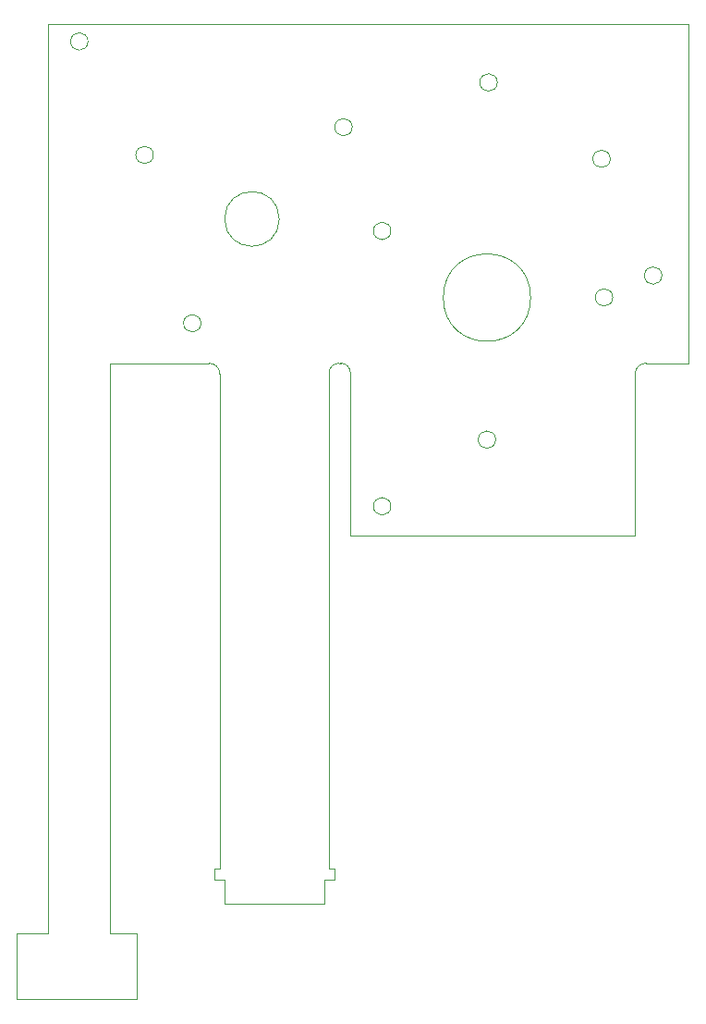
<source format=gm1>
%TF.GenerationSoftware,KiCad,Pcbnew,9.0.3*%
%TF.CreationDate,2025-08-09T15:08:58+03:00*%
%TF.ProjectId,Right,52696768-742e-46b6-9963-61645f706362,rev?*%
%TF.SameCoordinates,Original*%
%TF.FileFunction,Profile,NP*%
%FSLAX46Y46*%
G04 Gerber Fmt 4.6, Leading zero omitted, Abs format (unit mm)*
G04 Created by KiCad (PCBNEW 9.0.3) date 2025-08-09 15:08:58*
%MOMM*%
%LPD*%
G01*
G04 APERTURE LIST*
%TA.AperFunction,Profile*%
%ADD10C,0.050000*%
%TD*%
G04 APERTURE END LIST*
D10*
X100000000Y-100000000D02*
X94250000Y-100000000D01*
X100000000Y-131000000D02*
X100000000Y-183230000D01*
X148075000Y-132000000D02*
G75*
G02*
X149075000Y-131000000I1000000J0D01*
G01*
X120030000Y-131900000D02*
G75*
G02*
X120930000Y-131000000I900000J0D01*
G01*
X121100000Y-131000000D02*
G75*
G02*
X122000000Y-131900000I0J-900000D01*
G01*
X121100000Y-131000000D02*
X120930000Y-131000000D01*
X120030000Y-177270000D02*
X120030000Y-131900000D01*
X122000000Y-131900000D02*
X122000000Y-146750000D01*
X109032893Y-130999996D02*
G75*
G02*
X110030000Y-132000000I0J-997111D01*
G01*
X115470000Y-117800000D02*
G75*
G02*
X110470000Y-117800000I-2500000J0D01*
G01*
X110470000Y-117800000D02*
G75*
G02*
X115470000Y-117800000I2500000J0D01*
G01*
X103930000Y-111940000D02*
G75*
G02*
X102330000Y-111940000I-800000J0D01*
G01*
X102330000Y-111940000D02*
G75*
G02*
X103930000Y-111940000I800000J0D01*
G01*
X125700000Y-144100000D02*
G75*
G02*
X124100000Y-144100000I-800000J0D01*
G01*
X124100000Y-144100000D02*
G75*
G02*
X125700000Y-144100000I800000J0D01*
G01*
X138500000Y-125000000D02*
G75*
G02*
X130500000Y-125000000I-4000000J0D01*
G01*
X130500000Y-125000000D02*
G75*
G02*
X138500000Y-125000000I4000000J0D01*
G01*
X110030000Y-177270000D02*
X110030000Y-132000000D01*
X122000000Y-146750000D02*
X148075000Y-146750000D01*
X97950000Y-101555000D02*
G75*
G02*
X96350000Y-101555000I-800000J0D01*
G01*
X96350000Y-101555000D02*
G75*
G02*
X97950000Y-101555000I800000J0D01*
G01*
X100000000Y-100000000D02*
X153000000Y-100000000D01*
X102450000Y-183230000D02*
X102450000Y-189230000D01*
X153000000Y-131000000D02*
X149075000Y-131000000D01*
X145800000Y-112300000D02*
G75*
G02*
X144200000Y-112300000I-800000J0D01*
G01*
X144200000Y-112300000D02*
G75*
G02*
X145800000Y-112300000I800000J0D01*
G01*
X94250000Y-183230000D02*
X94250000Y-100000000D01*
X122160000Y-109400000D02*
G75*
G02*
X120560000Y-109400000I-800000J0D01*
G01*
X120560000Y-109400000D02*
G75*
G02*
X122160000Y-109400000I800000J0D01*
G01*
X125700000Y-118900000D02*
G75*
G02*
X124100000Y-118900000I-800000J0D01*
G01*
X124100000Y-118900000D02*
G75*
G02*
X125700000Y-118900000I800000J0D01*
G01*
X91450000Y-189230000D02*
X91450000Y-183230000D01*
X100000000Y-183230000D02*
X102450000Y-183230000D01*
X135450000Y-105310000D02*
G75*
G02*
X133850000Y-105310000I-800000J0D01*
G01*
X133850000Y-105310000D02*
G75*
G02*
X135450000Y-105310000I800000J0D01*
G01*
X146030000Y-124980000D02*
G75*
G02*
X144430000Y-124980000I-800000J0D01*
G01*
X144430000Y-124980000D02*
G75*
G02*
X146030000Y-124980000I800000J0D01*
G01*
X135300000Y-138000000D02*
G75*
G02*
X133700000Y-138000000I-800000J0D01*
G01*
X133700000Y-138000000D02*
G75*
G02*
X135300000Y-138000000I800000J0D01*
G01*
X150530000Y-122980000D02*
G75*
G02*
X148930000Y-122980000I-800000J0D01*
G01*
X148930000Y-122980000D02*
G75*
G02*
X150530000Y-122980000I800000J0D01*
G01*
X153000000Y-100000000D02*
X153000000Y-131000000D01*
X102450000Y-189230000D02*
X91450000Y-189230000D01*
X108300000Y-127350000D02*
G75*
G02*
X106700000Y-127350000I-800000J0D01*
G01*
X106700000Y-127350000D02*
G75*
G02*
X108300000Y-127350000I800000J0D01*
G01*
X91450000Y-183230000D02*
X94250000Y-183230000D01*
X109032893Y-130999996D02*
X100000000Y-131000000D01*
X148075000Y-146750000D02*
X148075000Y-132000000D01*
%TO.C,J1*%
X109490000Y-178270000D02*
X109490000Y-177270000D01*
X110030000Y-177270000D02*
X109490000Y-177270000D01*
X110490000Y-178270000D02*
X109490000Y-178270000D01*
X110490000Y-180440000D02*
X110490000Y-178270000D01*
X110490000Y-180440000D02*
X119570000Y-180440000D01*
X119570000Y-178270000D02*
X120570000Y-178270000D01*
X119570000Y-180440000D02*
X119570000Y-178270000D01*
X120030000Y-177270000D02*
X120570000Y-177270000D01*
X120570000Y-178270000D02*
X120570000Y-177270000D01*
%TD*%
M02*

</source>
